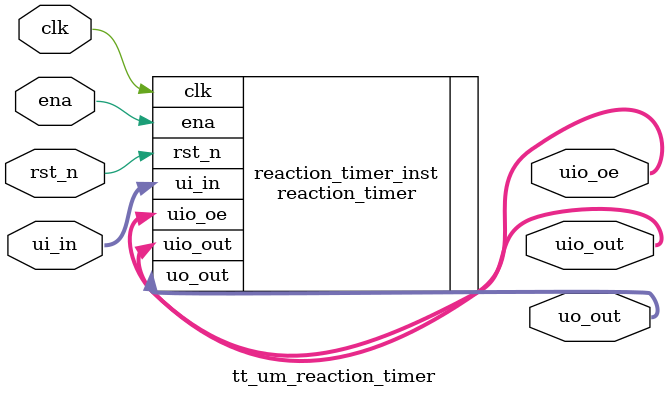
<source format=v>
/* Generated by Yosys 0.33+72 (git sha1 ac8b31e00, clang 10.0.0-4ubuntu1 -fPIC -Os) */
`timescale 1ns/1ps

(* top =  1  *)
(* src = "tt_um_reaction_timer.v:1.1-29.10" *)
module tt_um_reaction_timer(clk, rst_n, ui_in, uo_out, uio_out, uio_oe, ena);
  (* src = "tt_um_reaction_timer.v:2.16-2.19" *)
  input clk;
  wire clk;
  (* src = "tt_um_reaction_timer.v:8.16-8.19" *)
  input ena;
  wire ena;
  (* src = "tt_um_reaction_timer.v:3.16-3.21" *)
  input rst_n;
  wire rst_n;
  (* src = "tt_um_reaction_timer.v:4.22-4.27" *)
  input [7:0] ui_in;
  wire [7:0] ui_in;
  (* src = "tt_um_reaction_timer.v:7.23-7.29" *)
  output [7:0] uio_oe;
  wire [7:0] uio_oe;
  (* src = "tt_um_reaction_timer.v:6.23-6.30" *)
  output [7:0] uio_out;
  wire [7:0] uio_out;
  (* src = "tt_um_reaction_timer.v:5.23-5.29" *)
  output [7:0] uo_out;
  wire [7:0] uo_out;

  // Instantiate the reaction_timer module
  reaction_timer reaction_timer_inst (
    .clk(clk),
    .rst_n(rst_n),
    .ui_in(ui_in),
    .uo_out(uo_out),
    .uio_out(uio_out),
    .uio_oe(uio_oe),
    .ena(ena)
  );

endmodule

</source>
